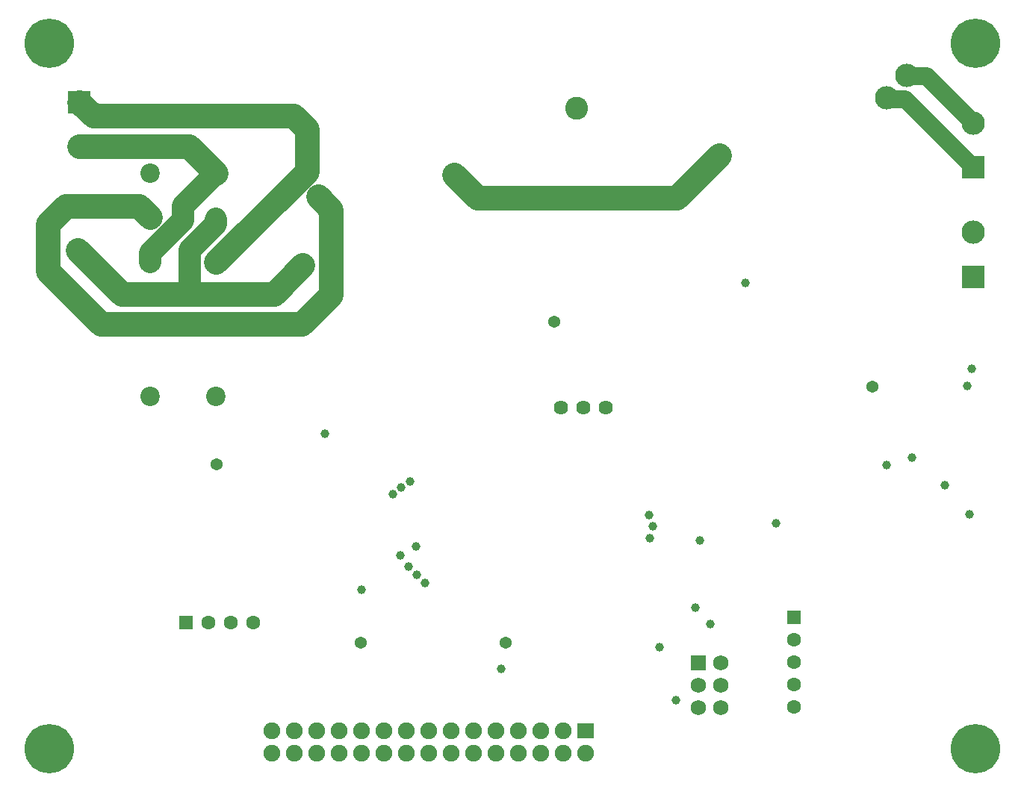
<source format=gbs>
G04*
G04 #@! TF.GenerationSoftware,Altium Limited,Altium Designer,23.2.1 (34)*
G04*
G04 Layer_Color=16711935*
%FSLAX44Y44*%
%MOMM*%
G71*
G04*
G04 #@! TF.SameCoordinates,EE327AA5-93BD-4133-A13B-4ECCBC3E436C*
G04*
G04*
G04 #@! TF.FilePolarity,Negative*
G04*
G01*
G75*
%ADD57C,2.7940*%
%ADD58C,2.0320*%
%ADD59C,2.6400*%
%ADD60R,2.6400X2.6400*%
%ADD61R,1.6000X1.6000*%
%ADD62C,1.6000*%
%ADD63R,1.6000X1.6000*%
%ADD64R,1.7500X1.7500*%
%ADD65C,1.7500*%
%ADD66C,1.9000*%
%ADD67R,1.9000X1.6748*%
%ADD68C,1.6190*%
%ADD69C,2.2000*%
%ADD70C,2.6000*%
%ADD71C,0.9890*%
%ADD72C,1.3700*%
%ADD73C,5.6000*%
%ADD77C,2.5400*%
D57*
X208913Y733336D02*
X239402Y702847D01*
X82804Y615442D02*
X132588Y565658D01*
X209754D01*
X304834D02*
X337630Y598453D01*
X209754Y565658D02*
X304834D01*
X336804Y531368D02*
X369570Y564134D01*
Y661255D01*
X108966Y531368D02*
X336804D01*
X48514Y591820D02*
Y644721D01*
Y591820D02*
X108966Y531368D01*
X535403Y674399D02*
X761775D01*
X509016Y700786D02*
X535403Y674399D01*
X761775D02*
X810006Y722630D01*
X354902Y675923D02*
X369570Y661255D01*
X48514Y644721D02*
X69235Y665442D01*
X151406D01*
X164401Y652447D01*
X83820Y733336D02*
X208913D01*
X83820Y733336D02*
X83820Y733336D01*
X99845Y767311D02*
X327268D01*
X83820Y783336D02*
X99845Y767311D01*
X327268D02*
X341948Y752631D01*
Y704593D02*
Y752631D01*
X239402Y602047D02*
X341948Y704593D01*
D58*
X1022096Y813562D02*
X1023300Y812358D01*
X1044636D01*
X1097534Y759460D01*
X1000450Y786450D02*
X1020544D01*
X1097534Y709460D01*
D59*
Y759460D02*
D03*
X82804Y615442D02*
D03*
X83820Y733336D02*
D03*
X1097280Y635216D02*
D03*
X1022096Y813562D02*
D03*
X998992Y787908D02*
D03*
X509016Y700786D02*
D03*
X810006Y722630D02*
D03*
X337630Y598453D02*
D03*
X341948Y752631D02*
D03*
X354902Y675923D02*
D03*
D60*
X1097534Y709460D02*
D03*
X82804Y665442D02*
D03*
X83820Y783336D02*
D03*
X1097280Y585216D02*
D03*
D61*
X205232Y192532D02*
D03*
D62*
X230632D02*
D03*
X256032D02*
D03*
X281432D02*
D03*
X894588Y96774D02*
D03*
Y122174D02*
D03*
Y147574D02*
D03*
Y172974D02*
D03*
D63*
Y198374D02*
D03*
D64*
X786384Y147320D02*
D03*
D65*
X811784D02*
D03*
X786384Y121920D02*
D03*
Y96520D02*
D03*
X811784Y121920D02*
D03*
Y96520D02*
D03*
D66*
X302514Y44704D02*
D03*
Y70104D02*
D03*
X327914Y44704D02*
D03*
Y70104D02*
D03*
X353314Y44704D02*
D03*
Y70104D02*
D03*
X378714Y44704D02*
D03*
Y70104D02*
D03*
X404114Y44704D02*
D03*
Y70104D02*
D03*
X429514Y44704D02*
D03*
Y70104D02*
D03*
X454914Y44704D02*
D03*
Y70104D02*
D03*
X480314Y44704D02*
D03*
Y70104D02*
D03*
X505714Y44704D02*
D03*
Y70104D02*
D03*
X531114Y44704D02*
D03*
Y70104D02*
D03*
X556514Y44704D02*
D03*
Y70104D02*
D03*
X581914Y44704D02*
D03*
Y70104D02*
D03*
X607314Y44704D02*
D03*
Y70104D02*
D03*
X632714Y44704D02*
D03*
Y70104D02*
D03*
X658114Y44704D02*
D03*
D67*
Y70104D02*
D03*
D68*
X630291Y436401D02*
D03*
X655292D02*
D03*
X681291D02*
D03*
D69*
X164401Y449447D02*
D03*
Y602047D02*
D03*
Y652447D02*
D03*
Y702847D02*
D03*
X239402D02*
D03*
Y652447D02*
D03*
Y602047D02*
D03*
Y449447D02*
D03*
D70*
X648271Y674399D02*
D03*
Y775999D02*
D03*
D71*
X730700Y288549D02*
D03*
X734726Y302283D02*
D03*
X730504Y314826D02*
D03*
X476498Y237652D02*
D03*
X466494Y246768D02*
D03*
X457255Y256252D02*
D03*
X458978Y353187D02*
D03*
X362775Y407191D02*
D03*
X562356Y139954D02*
D03*
X787908Y286004D02*
D03*
X449072Y346456D02*
D03*
X439928Y338074D02*
D03*
X760476Y105156D02*
D03*
X782320Y209804D02*
D03*
X799592Y191008D02*
D03*
X742188Y165100D02*
D03*
X466090Y279146D02*
D03*
X1093623Y315214D02*
D03*
X874420Y305308D02*
D03*
X447779Y269263D02*
D03*
X839470Y577814D02*
D03*
X404368Y229870D02*
D03*
X1090930Y461518D02*
D03*
X1095756Y480568D02*
D03*
X999236Y371094D02*
D03*
X1028192Y379984D02*
D03*
X1065276Y348234D02*
D03*
D72*
X403606Y169672D02*
D03*
X567436Y169926D02*
D03*
X239522Y372364D02*
D03*
X622300Y533654D02*
D03*
X983234Y459994D02*
D03*
D73*
X50000Y50000D02*
D03*
Y850000D02*
D03*
X1100000D02*
D03*
Y50000D02*
D03*
D77*
X209754Y565658D02*
Y615392D01*
X239402Y645040D02*
Y650085D01*
X209754Y615392D02*
X239402Y645040D01*
X164401Y611915D02*
X201902Y649415D01*
Y665347D01*
X164401Y602047D02*
Y611915D01*
X201902Y665347D02*
X239402Y702847D01*
M02*

</source>
